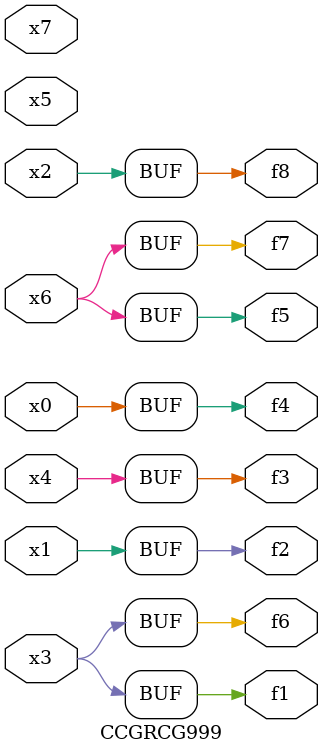
<source format=v>
module CCGRCG999(
	input x0, x1, x2, x3, x4, x5, x6, x7,
	output f1, f2, f3, f4, f5, f6, f7, f8
);
	assign f1 = x3;
	assign f2 = x1;
	assign f3 = x4;
	assign f4 = x0;
	assign f5 = x6;
	assign f6 = x3;
	assign f7 = x6;
	assign f8 = x2;
endmodule

</source>
